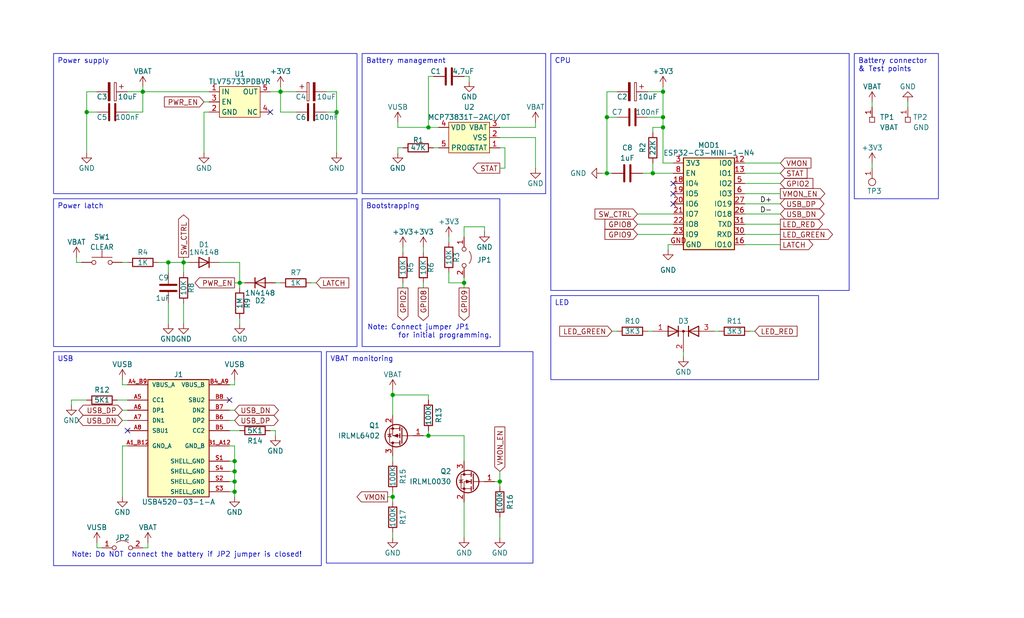
<source format=kicad_sch>
(kicad_sch (version 20250114) (generator "eeschema") (generator_version "9.0")
  (paper "User" 255 154)
  (title_block (title "Mouse Jiggler") (date "2025-10-09") (rev "A"))
  (lib_symbols
    (symbol "Device:C" (pin_numbers (hide yes)) (pin_names (offset 0.254))
      (property "Reference" "C" (at 0.635 2.54 0))
      (property "Value" "C" (at 0.635 -2.54 0))
      (symbol "C_0_1"
        (polyline (pts (xy -2.032 0.762) (xy 2.032 0.762)) (stroke (width 0.508)))
        (polyline (pts (xy -2.032 -0.762) (xy 2.032 -0.762)) (stroke (width 0.508)))
      )
      (symbol "C_1_1"
        (pin passive line (at 0 3.81 270) (length 2.794) (name "~") (number "1"))
        (pin passive line (at 0 -3.81 90) (length 2.794) (name "~") (number "2"))
      )
    )
    (symbol "Device:C_Polarized" (pin_numbers (hide yes)) (pin_names (offset 0.254))
      (property "Reference" "C" (at 0.635 2.54 0))
      (property "Value" "C_Polarized" (at 0.635 -2.54 0))
      (symbol "C_Polarized_0_1"
        (rectangle (start -2.286 0.508) (end 2.286 1.016))
        (polyline (pts (xy -1.778 2.286) (xy -0.762 2.286)))
        (polyline (pts (xy -1.27 2.794) (xy -1.27 1.778)))
        (rectangle (start 2.286 -0.508) (end -2.286 -1.016) (fill (type outline)))
      )
      (symbol "C_Polarized_1_1"
        (pin passive line (at 0 3.81 270) (length 2.794) (name "~") (number "1"))
        (pin passive line (at 0 -3.81 90) (length 2.794) (name "~") (number "2"))
      )
    )
    (symbol "Device:D" (pin_numbers (hide yes)) (pin_names (offset 1.016) (hide yes))
      (property "Reference" "D" (at 0 2.54 0))
      (property "Value" "D" (at 0 -2.54 0))
      (symbol "D_0_1"
        (polyline (pts (xy -1.27 1.27) (xy -1.27 -1.27)) (stroke (width 0.254)))
        (polyline (pts (xy 1.27 1.27) (xy 1.27 -1.27) (xy -1.27 0) (xy 1.27 1.27)) (stroke (width 0.254)))
        (polyline (pts (xy 1.27 0) (xy -1.27 0)))
      )
      (symbol "D_1_1"
        (pin passive line (at -3.81 0 0) (length 2.54) (name "K") (number "1"))
        (pin passive line (at 3.81 0 180) (length 2.54) (name "A") (number "2"))
      )
    )
    (symbol "Device:D_Dual_CommonCathode_AKA" (pin_names (offset 0.762) (hide yes))
      (property "Reference" "D" (at 1.27 -2.54 0))
      (property "Value" "D_Dual_CommonCathode_AKA" (at 0 2.54 0))
      (symbol "D_Dual_CommonCathode_AKA_0_1"
        (polyline (pts (xy -3.81 1.27) (xy -1.27 0) (xy -3.81 -1.27) (xy -3.81 1.27) (xy -3.81 1.27) (xy -3.81 1.27)) (stroke (width 0.254)))
        (polyline (pts (xy -1.27 -1.27) (xy -1.27 1.27) (xy -1.27 1.27)) (stroke (width 0.254)))
        (polyline (pts (xy 0 0) (xy 0 -2.54)))
        (circle (center 0 0) (radius 0.254) (fill (type outline)))
        (polyline (pts (xy 1.27 -1.27) (xy 1.27 1.27) (xy 1.27 1.27)) (stroke (width 0.254)))
        (polyline (pts (xy 3.81 0) (xy -3.81 0)))
        (polyline (pts (xy 3.81 -1.27) (xy 1.27 0) (xy 3.81 1.27) (xy 3.81 -1.27) (xy 3.81 -1.27) (xy 3.81 -1.27)) (stroke (width 0.254)))
        (pin passive line (at -7.62 0 0) (length 3.81) (name "A") (number "1"))
        (pin passive line (at 0 -5.08 90) (length 2.54) (name "K") (number "2"))
        (pin passive line (at 7.62 0 180) (length 3.81) (name "A") (number "3"))
      )
    )
    (symbol "Device:R" (pin_numbers (hide yes)) (pin_names (offset 0))
      (property "Reference" "R" (at 2.032 0 90))
      (property "Value" "R" (at 0 0 90))
      (symbol "R_0_1"
        (rectangle (start -1.016 -2.54) (end 1.016 2.54) (stroke (width 0.254)))
      )
      (symbol "R_1_1"
        (pin passive line (at 0 3.81 270) (length 1.27) (name "~") (number "1"))
        (pin passive line (at 0 -3.81 90) (length 1.27) (name "~") (number "2"))
      )
    )
    (symbol "Jumper:Jumper_2_Open" (pin_names (offset 0) (hide yes))
      (property "Reference" "JP" (at 0 2.794 0))
      (property "Value" "Jumper_2_Open" (at 0 -2.286 0))
      (symbol "Jumper_2_Open_0_0"
        (circle (center -2.032 0) (radius 0.508))
        (circle (center 2.032 0) (radius 0.508))
      )
      (symbol "Jumper_2_Open_0_1"
        (arc (start -1.524 1.27) (mid 0 1.778) (end 1.524 1.27))
      )
      (symbol "Jumper_2_Open_1_1"
        (pin passive line (at -5.08 0 0) (length 2.54) (name "A") (number "1"))
        (pin passive line (at 5.08 0 180) (length 2.54) (name "B") (number "2"))
      )
    )
    (symbol "Switch:SW_Push" (pin_numbers (hide yes)) (pin_names (offset 1.016) (hide yes))
      (property "Reference" "SW" (at 1.27 2.54 0))
      (property "Value" "SW_Push" (at 0 -1.524 0))
      (symbol "SW_Push_0_1"
        (circle (center -2.032 0) (radius 0.508))
        (polyline (pts (xy 0 1.27) (xy 0 3.048)))
        (circle (center 2.032 0) (radius 0.508))
        (polyline (pts (xy 2.54 1.27) (xy -2.54 1.27)))
        (pin passive line (at -5.08 0 0) (length 2.54) (name "1") (number "1"))
        (pin passive line (at 5.08 0 180) (length 2.54) (name "2") (number "2"))
      )
    )
    (symbol "Transistor_FET:IRLML0030" (pin_names (hide yes))
      (property "Reference" "Q" (at 5.08 1.905 0))
      (property "Value" "IRLML0030" (at 5.08 0 0))
      (symbol "IRLML0030_0_1"
        (polyline (pts (xy 0.254 1.905) (xy 0.254 -1.905)) (stroke (width 0.254)))
        (polyline (pts (xy 0.254 0) (xy -2.54 0)))
        (polyline (pts (xy 0.762 2.286) (xy 0.762 1.27)) (stroke (width 0.254)))
        (polyline (pts (xy 0.762 0.508) (xy 0.762 -0.508)) (stroke (width 0.254)))
        (polyline (pts (xy 0.762 -1.27) (xy 0.762 -2.286)) (stroke (width 0.254)))
        (polyline (pts (xy 0.762 -1.778) (xy 3.302 -1.778) (xy 3.302 1.778) (xy 0.762 1.778)))
        (polyline (pts (xy 1.016 0) (xy 2.032 0.381) (xy 2.032 -0.381) (xy 1.016 0)) (fill (type outline)))
        (circle (center 1.651 0) (radius 2.794) (stroke (width 0.254)))
        (polyline (pts (xy 2.54 2.54) (xy 2.54 1.778)))
        (circle (center 2.54 1.778) (radius 0.254) (fill (type outline)))
        (circle (center 2.54 -1.778) (radius 0.254) (fill (type outline)))
        (polyline (pts (xy 2.54 -2.54) (xy 2.54 0) (xy 0.762 0)))
        (polyline (pts (xy 2.794 0.508) (xy 2.921 0.381) (xy 3.683 0.381) (xy 3.81 0.254)))
        (polyline (pts (xy 3.302 0.381) (xy 2.921 -0.254) (xy 3.683 -0.254) (xy 3.302 0.381)))
      )
      (symbol "IRLML0030_1_1"
        (pin input line (at -5.08 0 0) (length 2.54) (name "G") (number "1"))
        (pin passive line (at 2.54 5.08 270) (length 2.54) (name "D") (number "3"))
        (pin passive line (at 2.54 -5.08 90) (length 2.54) (name "S") (number "2"))
      )
    )
    (symbol "Transistor_FET:IRLML6402" (pin_names (hide yes))
      (property "Reference" "Q" (at 5.08 1.905 0))
      (property "Value" "IRLML6402" (at 5.08 0 0))
      (symbol "IRLML6402_0_1"
        (polyline (pts (xy 0.254 1.905) (xy 0.254 -1.905)) (stroke (width 0.254)))
        (polyline (pts (xy 0.254 0) (xy -2.54 0)))
        (polyline (pts (xy 0.762 2.286) (xy 0.762 1.27)) (stroke (width 0.254)))
        (polyline (pts (xy 0.762 1.778) (xy 3.302 1.778) (xy 3.302 -1.778) (xy 0.762 -1.778)))
        (polyline (pts (xy 0.762 0.508) (xy 0.762 -0.508)) (stroke (width 0.254)))
        (polyline (pts (xy 0.762 -1.27) (xy 0.762 -2.286)) (stroke (width 0.254)))
        (circle (center 1.651 0) (radius 2.794) (stroke (width 0.254)))
        (polyline (pts (xy 2.286 0) (xy 1.27 0.381) (xy 1.27 -0.381) (xy 2.286 0)) (fill (type outline)))
        (polyline (pts (xy 2.54 2.54) (xy 2.54 1.778)))
        (circle (center 2.54 1.778) (radius 0.254) (fill (type outline)))
        (circle (center 2.54 -1.778) (radius 0.254) (fill (type outline)))
        (polyline (pts (xy 2.54 -2.54) (xy 2.54 0) (xy 0.762 0)))
        (polyline (pts (xy 2.794 -0.508) (xy 2.921 -0.381) (xy 3.683 -0.381) (xy 3.81 -0.254)))
        (polyline (pts (xy 3.302 -0.381) (xy 2.921 0.254) (xy 3.683 0.254) (xy 3.302 -0.381)))
      )
      (symbol "IRLML6402_1_1"
        (pin input line (at -5.08 0 0) (length 2.54) (name "G") (number "1"))
        (pin passive line (at 2.54 5.08 270) (length 2.54) (name "D") (number "3"))
        (pin passive line (at 2.54 -5.08 90) (length 2.54) (name "S") (number "2"))
      )
    )
    (symbol "power:+3V3" (power) (pin_names (offset 0))
      (property "Value" "+3V3" (at 0 3.556 0))
      (symbol "+3V3_0_1"
        (polyline (pts (xy -0.762 1.27) (xy 0 2.54)))
        (polyline (pts (xy 0 2.54) (xy 0.762 1.27)))
        (polyline (pts (xy 0 0) (xy 0 2.54)))
      )
      (symbol "+3V3_1_1"
        (pin power_in line (at 0 0 90) (length 0) (hide yes) (name "+3V3") (number "1"))
      )
    )
    (symbol "power:GND" (power) (pin_names (offset 0))
      (property "Value" "GND" (at 0 -3.81 0))
      (symbol "GND_0_1"
        (polyline (pts (xy 0 0) (xy 0 -1.27) (xy 1.27 -1.27) (xy 0 -2.54) (xy -1.27 -1.27) (xy 0 -1.27)))
      )
      (symbol "GND_1_1"
        (pin power_in line (at 0 0 270) (length 0) (hide yes) (name "GND") (number "1"))
      )
    )
    (symbol "ssb-active-battery-management:MCP73831T-2ACI/OT"
      (property "Reference" "U" (at 0 1.905 0))
      (property "Value" "MCP73831T-2ACI/OT" (at 0 0 0))
      (symbol "MCP73831T-2ACI/OT_1_1"
        (rectangle (start -5.08 -1.27) (end 5.08 -8.89) (fill (type background)))
        (pin tri_state line (at -7.62 -2.54 0) (length 2.54) (name "STAT") (number "1"))
        (pin power_in line (at -7.62 -5.08 0) (length 2.54) (name "VSS") (number "2"))
        (pin input line (at -7.62 -7.62 0) (length 2.54) (name "VBAT") (number "3"))
        (pin input line (at 7.62 -2.54 180) (length 2.54) (name "PROG") (number "5"))
        (pin power_in line (at 7.62 -7.62 180) (length 2.54) (name "VDD") (number "4"))
      )
    )
    (symbol "ssb-active-regulator-linear:TLV75733PDBVR"
      (property "Reference" "U" (at 0 6.985 0))
      (property "Value" "TLV75733PDBVR" (at 0 5.08 0))
      (symbol "TLV75733PDBVR_1_1"
        (rectangle (start -5.08 3.81) (end 5.08 -3.81) (fill (type background)))
        (pin power_in line (at -7.62 2.54 0) (length 2.54) (name "IN") (number "1"))
        (pin input line (at -7.62 0 0) (length 2.54) (name "EN") (number "3"))
        (pin power_in line (at -7.62 -2.54 0) (length 2.54) (name "GND") (number "2"))
        (pin power_out line (at 7.62 2.54 180) (length 2.54) (name "OUT") (number "5"))
        (pin free line (at 7.62 -2.54 180) (length 2.54) (name "NC") (number "4"))
      )
    )
    (symbol "ssb-mechanical-connector:USB4520-03-1-A" (pin_names (offset 1.016))
      (property "Reference" "J" (at -7.62 13.97 0))
      (property "Value" "USB4520-03-1-A" (at -7.62 -15.24 0))
      (symbol "USB4520-03-1-A_0_0"
        (rectangle (start -7.62 13.97) (end 7.62 -15.24) (stroke (width 0.254)) (fill (type background)))
        (pin power_in line (at -12.7 12.7 0) (length 5.08) (name "VBUS_A") (number "A4_B9"))
        (pin bidirectional line (at -12.7 8.89 0) (length 5.08) (name "CC1") (number "A5"))
        (pin bidirectional line (at -12.7 6.35 0) (length 5.08) (name "DP1") (number "A6"))
        (pin bidirectional line (at -12.7 3.81 0) (length 5.08) (name "DN1") (number "A7"))
        (pin bidirectional line (at -12.7 1.27 0) (length 5.08) (name "SBU1") (number "A8"))
        (pin power_in line (at -12.7 -2.54 0) (length 5.08) (name "GND_A") (number "A1_B12"))
        (pin power_in line (at 12.7 12.7 180) (length 5.08) (name "VBUS_B") (number "B4_A9"))
        (pin bidirectional line (at 12.7 8.89 180) (length 5.08) (name "SBU2") (number "B8"))
        (pin bidirectional line (at 12.7 6.35 180) (length 5.08) (name "DN2") (number "B7"))
        (pin bidirectional line (at 12.7 3.81 180) (length 5.08) (name "DP2") (number "B6"))
        (pin bidirectional line (at 12.7 1.27 180) (length 5.08) (name "CC2") (number "B5"))
        (pin power_in line (at 12.7 -2.54 180) (length 5.08) (name "GND_B") (number "B1_A12"))
        (pin power_in line (at 12.7 -6.35 180) (length 5.08) (name "SHELL_GND") (number "S1"))
        (pin power_in line (at 12.7 -8.89 180) (length 5.08) (name "SHELL_GND") (number "S4"))
        (pin power_in line (at 12.7 -11.43 180) (length 5.08) (name "SHELL_GND") (number "S2"))
        (pin power_in line (at 12.7 -13.97 180) (length 5.08) (name "SHELL_GND") (number "S3"))
      )
    )
    (symbol "ssb-mechanical-tp:TP-ROUND-SMD-2MM"
      (property "Reference" "TP" (at 0 0 0))
      (symbol "TP-ROUND-SMD-2MM_0_1"
        (circle (center 0 -3.5306) (radius 0.898))
      )
      (symbol "TP-ROUND-SMD-2MM_1_1"
        (pin passive line (at 0 -6.985 90) (length 2.54) (name "") (number "1"))
      )
    )
    (symbol "ssb-mechanical-tp:TP-SQUARE-TH-1.5MM"
      (property "Reference" "TP" (at 0 0 0))
      (property "Value" "TP-SQUARE-TH-1.5MM" (at 0 -1.27 0))
      (symbol "TP-SQUARE-TH-1.5MM_0_1"
        (rectangle (start -0.635 -2.54) (end 0.635 -3.81))
      )
      (symbol "TP-SQUARE-TH-1.5MM_1_1"
        (pin passive line (at 0 -6.35 90) (length 2.54) (name "") (number "1"))
      )
    )
    (symbol "ssb-module-wireless:ESP32-C3-MINI-1-N4"
      (property "Reference" "MOD" (at 0 0 0))
      (property "Value" "ESP32-C3-MINI-1-N4" (at 0 -1.27 0))
      (symbol "ESP32-C3-MINI-1-N4_1_1"
        (rectangle (start -6.35 -2.54) (end 6.35 -25.4) (stroke (width 0.254)) (fill (type background)))
        (pin power_in line (at -8.89 -3.81 0) (length 2.54) (name "3V3") (number "3"))
        (pin input line (at -8.89 -6.35 0) (length 2.54) (name "EN") (number "8"))
        (pin bidirectional line (at -8.89 -8.89 0) (length 2.54) (name "IO4") (number "18"))
        (pin bidirectional line (at -8.89 -11.43 0) (length 2.54) (name "IO5") (number "19"))
        (pin bidirectional line (at -8.89 -13.97 0) (length 2.54) (name "IO6") (number "20"))
        (pin bidirectional line (at -8.89 -16.51 0) (length 2.54) (name "IO7") (number "21"))
        (pin bidirectional line (at -8.89 -19.05 0) (length 2.54) (name "IO8") (number "22"))
        (pin bidirectional line (at -8.89 -21.59 0) (length 2.54) (name "IO9") (number "23"))
        (pin power_in line (at -8.89 -24.13 0) (length 2.54) (name "GND") (number "GND"))
        (pin bidirectional line (at 8.89 -3.81 180) (length 2.54) (name "IO0") (number "12"))
        (pin bidirectional line (at 8.89 -6.35 180) (length 2.54) (name "IO1") (number "13"))
        (pin bidirectional line (at 8.89 -8.89 180) (length 2.54) (name "IO2") (number "5"))
        (pin bidirectional line (at 8.89 -11.43 180) (length 2.54) (name "IO3") (number "6"))
        (pin bidirectional line (at 8.89 -13.97 180) (length 2.54) (name "IO19") (number "27"))
        (pin bidirectional line (at 8.89 -16.51 180) (length 2.54) (name "IO18") (number "26"))
        (pin bidirectional line (at 8.89 -19.05 180) (length 2.54) (name "TXD") (number "31"))
        (pin bidirectional line (at 8.89 -21.59 180) (length 2.54) (name "RXD") (number "30"))
        (pin bidirectional line (at 8.89 -24.13 180) (length 2.54) (name "IO10") (number "16"))
      )
    )
    (symbol "ssb-power:VBAT"
      (property "Value" "VBAT" (at 0 4.445 0))
      (symbol "VBAT_0_1"
        (polyline (pts (xy -0.762 2.54) (xy 0 3.81)))
        (polyline (pts (xy 0 3.81) (xy 0.762 2.54)))
        (polyline (pts (xy 0 1.27) (xy 0 3.81)))
      )
      (symbol "VBAT_1_1"
        (pin power_in line (at 0 1.27 90) (length 0) (hide yes) (name "VBAT") (number "1"))
      )
    )
    (symbol "ssb-power:VUSB"
      (property "Value" "VUSB" (at 0 4.445 0))
      (symbol "VUSB_0_1"
        (polyline (pts (xy -0.762 2.54) (xy 0 3.81)))
        (polyline (pts (xy 0 3.81) (xy 0.762 2.54)))
        (polyline (pts (xy 0 1.27) (xy 0 3.81)))
      )
      (symbol "VUSB_1_1"
        (pin power_in line (at 0 1.27 90) (length 0) (hide yes) (name "VUSB") (number "1"))
      )
    )
  )
  (text "Note: Do NOT connect the battery if JP2 jumper is closed!" (at 17.78 139.065 0) (effects (font (size 1.27 1.27)) (justify left bottom)))
  (text "Note: Connect jumper JP1\n	   for initial programming." (at 91.44 84.455 0) (effects (font (size 1.27 1.27)) (justify left bottom)))
  (text_box "Battery connector\n& Test points\n" (at 212.725 13.335 0) (size 20.955 36.195) (margins 0.9525 0.9525 0.9525 0.9525) (effects (font (size 1.27 1.27)) (justify left top)))
  (text_box "Battery management" (at 90.17 13.335 0) (size 45.72 34.925) (margins 0.9525 0.9525 0.9525 0.9525) (effects (font (size 1.27 1.27)) (justify left top)))
  (text_box "CPU" (at 137.16 13.335 0) (size 74.295 59.055) (margins 0.9525 0.9525 0.9525 0.9525) (effects (font (size 1.27 1.27)) (justify left top)))
  (text_box "Power latch" (at 13.335 49.53 0) (size 75.565 36.83) (margins 0.9525 0.9525 0.9525 0.9525) (effects (font (size 1.27 1.27)) (justify left top)))
  (text_box "VBAT monitoring" (at 81.28 87.63 0) (size 51.435 52.705) (margins 0.9525 0.9525 0.9525 0.9525) (effects (font (size 1.27 1.27)) (justify left top)))
  (text_box "Bootstrapping" (at 90.17 49.53 0) (size 34.29 36.83) (margins 0.9525 0.9525 0.9525 0.9525) (effects (font (size 1.27 1.27)) (justify left top)))
  (text_box "Power supply\n" (at 13.335 13.335 0) (size 75.565 34.925) (margins 0.9525 0.9525 0.9525 0.9525) (effects (font (size 1.27 1.27)) (justify left top)))
  (text_box "USB" (at 13.335 87.63 0) (size 66.675 53.34) (margins 0.9525 0.9525 0.9525 0.9525) (effects (font (size 1.27 1.27)) (justify left top)))
  (text_box "LED" (at 137.16 73.66 0) (size 66.675 20.955) (margins 0.9525 0.9525 0.9525 0.9525) (effects (font (size 1.27 1.27)) (justify left top)))
  (junction (at 106.68 108.585))
  (junction (at 58.42 117.475))
  (junction (at 165.1 22.86))
  (junction (at 165.1 31.75))
  (junction (at 151.13 29.21))
  (junction (at 59.69 70.485))
  (junction (at 58.42 120.015))
  (junction (at 58.42 114.935))
  (junction (at 97.79 123.825))
  (junction (at 115.57 70.485))
  (junction (at 69.85 22.86))
  (junction (at 106.68 31.75))
  (junction (at 45.72 65.405))
  (junction (at 41.91 65.405))
  (junction (at 21.59 27.94))
  (junction (at 124.46 120.015))
  (junction (at 97.79 98.425))
  (junction (at 151.13 43.18))
  (junction (at 35.56 22.86))
  (junction (at 58.42 122.555))
  (junction (at 162.56 43.18))
  (junction (at 165.1 29.21))
  (junction (at 83.82 27.94))
  (no_connect (at 167.64 48.26))
  (no_connect (at 167.64 45.72))
  (no_connect (at 167.64 50.8))
  (no_connect (at 31.75 107.315))
  (no_connect (at 57.15 99.695))
  (no_connect (at 67.31 27.94))
  (wire (pts (xy 124.46 120.015) (xy 124.46 121.285)))
  (wire (pts (xy 158.75 53.34) (xy 167.64 53.34)))
  (wire (pts (xy 21.59 27.94) (xy 21.59 38.1)))
  (wire (pts (xy 57.15 122.555) (xy 58.42 122.555)))
  (wire (pts (xy 160.02 43.18) (xy 162.56 43.18)))
  (wire (pts (xy 17.78 99.695) (xy 17.78 100.965)))
  (wire (pts (xy 124.46 34.29) (xy 133.35 34.29)))
  (wire (pts (xy 124.46 41.91) (xy 125.73 41.91)))
  (wire (pts (xy 105.41 61.595) (xy 105.41 62.865)))
  (wire (pts (xy 77.47 70.485) (xy 78.74 70.485)))
  (wire (pts (xy 30.48 111.125) (xy 30.48 123.825)))
  (wire (pts (xy 170.18 87.63) (xy 170.18 88.9)))
  (wire (pts (xy 69.85 27.94) (xy 73.66 27.94)))
  (wire (pts (xy 185.42 60.96) (xy 194.31 60.96)))
  (wire (pts (xy 151.13 29.21) (xy 153.67 29.21)))
  (wire (pts (xy 115.57 70.485) (xy 115.57 71.755)))
  (wire (pts (xy 29.21 99.695) (xy 31.75 99.695)))
  (wire (pts (xy 124.46 31.75) (xy 133.35 31.75)))
  (wire (pts (xy 185.42 40.64) (xy 194.31 40.64)))
  (wire (pts (xy 17.78 99.695) (xy 21.59 99.695)))
  (wire (pts (xy 158.75 55.88) (xy 167.64 55.88)))
  (wire (pts (xy 67.31 22.86) (xy 69.85 22.86)))
  (wire (pts (xy 57.15 95.885) (xy 58.42 95.885)))
  (wire (pts (xy 59.69 70.485) (xy 60.96 70.485)))
  (wire (pts (xy 226.06 25.4) (xy 226.06 26.67)))
  (wire (pts (xy 97.79 123.825) (xy 97.79 125.095)))
  (wire (pts (xy 151.13 22.86) (xy 151.13 29.21)))
  (wire (pts (xy 97.79 98.425) (xy 106.68 98.425)))
  (wire (pts (xy 97.79 98.425) (xy 97.79 103.505)))
  (wire (pts (xy 133.35 30.48) (xy 133.35 31.75)))
  (wire (pts (xy 21.59 27.94) (xy 24.13 27.94)))
  (wire (pts (xy 99.06 30.48) (xy 99.06 31.75)))
  (wire (pts (xy 151.13 43.18) (xy 152.4 43.18)))
  (wire (pts (xy 152.4 82.55) (xy 153.67 82.55)))
  (wire (pts (xy 54.61 65.405) (xy 59.69 65.405)))
  (wire (pts (xy 97.79 132.715) (xy 97.79 133.985)))
  (wire (pts (xy 161.29 82.55) (xy 162.56 82.55)))
  (wire (pts (xy 68.58 70.485) (xy 69.85 70.485)))
  (wire (pts (xy 106.68 31.75) (xy 109.22 31.75)))
  (wire (pts (xy 151.13 22.86) (xy 153.67 22.86)))
  (wire (pts (xy 162.56 31.75) (xy 162.56 33.02)))
  (wire (pts (xy 58.42 114.935) (xy 58.42 117.475)))
  (wire (pts (xy 30.48 95.885) (xy 31.75 95.885)))
  (wire (pts (xy 158.75 58.42) (xy 167.64 58.42)))
  (wire (pts (xy 125.73 36.83) (xy 125.73 41.91)))
  (wire (pts (xy 115.57 19.05) (xy 116.84 19.05)))
  (wire (pts (xy 165.1 21.59) (xy 165.1 22.86)))
  (wire (pts (xy 21.59 22.86) (xy 24.13 22.86)))
  (wire (pts (xy 115.57 108.585) (xy 115.57 114.935)))
  (wire (pts (xy 185.42 45.72) (xy 194.31 45.72)))
  (wire (pts (xy 123.19 120.015) (xy 124.46 120.015)))
  (wire (pts (xy 162.56 31.75) (xy 165.1 31.75)))
  (wire (pts (xy 166.37 60.96) (xy 166.37 62.23)))
  (wire (pts (xy 165.1 31.75) (xy 165.1 40.64)))
  (wire (pts (xy 36.83 135.255) (xy 36.83 136.525)))
  (wire (pts (xy 186.69 82.55) (xy 187.96 82.55)))
  (wire (pts (xy 106.68 98.425) (xy 106.68 99.695)))
  (wire (pts (xy 45.72 65.405) (xy 46.99 65.405)))
  (wire (pts (xy 35.56 22.86) (xy 35.56 27.94)))
  (wire (pts (xy 81.28 27.94) (xy 83.82 27.94)))
  (wire (pts (xy 30.48 65.405) (xy 31.75 65.405)))
  (wire (pts (xy 124.46 128.905) (xy 124.46 133.985)))
  (wire (pts (xy 50.8 25.4) (xy 52.07 25.4)))
  (wire (pts (xy 124.46 117.475) (xy 124.46 120.015)))
  (wire (pts (xy 161.29 29.21) (xy 165.1 29.21)))
  (wire (pts (xy 57.15 102.235) (xy 58.42 102.235)))
  (wire (pts (xy 217.17 40.64) (xy 217.17 41.91)))
  (wire (pts (xy 120.65 56.515) (xy 120.65 57.785)))
  (wire (pts (xy 116.84 19.05) (xy 116.84 20.32)))
  (wire (pts (xy 31.75 27.94) (xy 35.56 27.94)))
  (wire (pts (xy 39.37 65.405) (xy 41.91 65.405)))
  (wire (pts (xy 111.76 59.055) (xy 111.76 60.325)))
  (wire (pts (xy 115.57 125.095) (xy 115.57 133.985)))
  (wire (pts (xy 35.56 22.86) (xy 52.07 22.86)))
  (wire (pts (xy 83.82 27.94) (xy 83.82 38.1)))
  (wire (pts (xy 31.75 22.86) (xy 35.56 22.86)))
  (wire (pts (xy 45.72 64.135) (xy 45.72 65.405)))
  (wire (pts (xy 57.15 117.475) (xy 58.42 117.475)))
  (wire (pts (xy 58.42 122.555) (xy 58.42 123.825)))
  (wire (pts (xy 97.79 97.155) (xy 97.79 98.425)))
  (wire (pts (xy 30.48 111.125) (xy 31.75 111.125)))
  (wire (pts (xy 107.95 36.83) (xy 109.22 36.83)))
  (wire (pts (xy 100.33 61.595) (xy 100.33 62.865)))
  (wire (pts (xy 105.41 70.485) (xy 105.41 71.755)))
  (wire (pts (xy 50.8 27.94) (xy 50.8 38.1)))
  (wire (pts (xy 58.42 117.475) (xy 58.42 120.015)))
  (wire (pts (xy 57.15 107.315) (xy 59.69 107.315)))
  (wire (pts (xy 99.06 31.75) (xy 106.68 31.75)))
  (wire (pts (xy 165.1 40.64) (xy 167.64 40.64)))
  (wire (pts (xy 69.85 21.59) (xy 69.85 22.86)))
  (wire (pts (xy 68.58 107.315) (xy 68.58 108.585)))
  (wire (pts (xy 217.17 25.4) (xy 217.17 26.67)))
  (wire (pts (xy 30.48 102.235) (xy 31.75 102.235)))
  (wire (pts (xy 165.1 29.21) (xy 165.1 31.75)))
  (wire (pts (xy 57.15 120.015) (xy 58.42 120.015)))
  (wire (pts (xy 58.42 120.015) (xy 58.42 122.555)))
  (wire (pts (xy 185.42 50.8) (xy 194.31 50.8)))
  (wire (pts (xy 162.56 43.18) (xy 167.64 43.18)))
  (wire (pts (xy 161.29 22.86) (xy 165.1 22.86)))
  (wire (pts (xy 59.69 79.375) (xy 59.69 80.645)))
  (wire (pts (xy 30.48 94.615) (xy 30.48 95.885)))
  (wire (pts (xy 59.69 70.485) (xy 59.69 71.755)))
  (wire (pts (xy 58.42 70.485) (xy 59.69 70.485)))
  (wire (pts (xy 21.59 22.86) (xy 21.59 27.94)))
  (wire (pts (xy 57.15 111.125) (xy 58.42 111.125)))
  (wire (pts (xy 24.13 135.255) (xy 24.13 136.525)))
  (wire (pts (xy 41.91 65.405) (xy 45.72 65.405)))
  (wire (pts (xy 19.05 65.405) (xy 20.32 65.405)))
  (wire (pts (xy 151.13 29.21) (xy 151.13 43.18)))
  (wire (pts (xy 133.35 34.29) (xy 133.35 41.91)))
  (wire (pts (xy 99.06 36.83) (xy 99.06 38.1)))
  (wire (pts (xy 165.1 22.86) (xy 165.1 29.21)))
  (wire (pts (xy 106.68 19.05) (xy 107.95 19.05)))
  (wire (pts (xy 185.42 43.18) (xy 194.31 43.18)))
  (wire (pts (xy 45.72 65.405) (xy 45.72 67.945)))
  (wire (pts (xy 100.33 70.485) (xy 100.33 71.755)))
  (wire (pts (xy 24.13 136.525) (xy 25.4 136.525)))
  (wire (pts (xy 45.72 75.565) (xy 45.72 80.645)))
  (wire (pts (xy 185.42 53.34) (xy 194.31 53.34)))
  (wire (pts (xy 96.52 123.825) (xy 97.79 123.825)))
  (wire (pts (xy 106.68 108.585) (xy 115.57 108.585)))
  (wire (pts (xy 111.76 70.485) (xy 115.57 70.485)))
  (wire (pts (xy 19.05 64.135) (xy 19.05 65.405)))
  (wire (pts (xy 106.68 19.05) (xy 106.68 31.75)))
  (wire (pts (xy 57.15 104.775) (xy 58.42 104.775)))
  (wire (pts (xy 185.42 48.26) (xy 194.31 48.26)))
  (wire (pts (xy 115.57 69.215) (xy 115.57 70.485)))
  (wire (pts (xy 57.15 114.935) (xy 58.42 114.935)))
  (wire (pts (xy 124.46 36.83) (xy 125.73 36.83)))
  (wire (pts (xy 67.31 107.315) (xy 68.58 107.315)))
  (wire (pts (xy 111.76 67.945) (xy 111.76 70.485)))
  (wire (pts (xy 83.82 22.86) (xy 83.82 27.94)))
  (wire (pts (xy 185.42 55.88) (xy 194.31 55.88)))
  (wire (pts (xy 59.69 65.405) (xy 59.69 70.485)))
  (wire (pts (xy 97.79 113.665) (xy 97.79 114.935)))
  (wire (pts (xy 50.8 27.94) (xy 52.07 27.94)))
  (wire (pts (xy 58.42 111.125) (xy 58.42 114.935)))
  (wire (pts (xy 177.8 82.55) (xy 179.07 82.55)))
  (wire (pts (xy 58.42 94.615) (xy 58.42 95.885)))
  (wire (pts (xy 41.91 75.565) (xy 41.91 80.645)))
  (wire (pts (xy 35.56 136.525) (xy 36.83 136.525)))
  (wire (pts (xy 99.06 36.83) (xy 100.33 36.83)))
  (wire (pts (xy 41.91 65.405) (xy 41.91 67.945)))
  (wire (pts (xy 185.42 58.42) (xy 194.31 58.42)))
  (wire (pts (xy 81.28 22.86) (xy 83.82 22.86)))
  (wire (pts (xy 105.41 108.585) (xy 106.68 108.585)))
  (wire (pts (xy 30.48 104.775) (xy 31.75 104.775)))
  (wire (pts (xy 35.56 21.59) (xy 35.56 22.86)))
  (wire (pts (xy 69.85 22.86) (xy 69.85 27.94)))
  (wire (pts (xy 106.68 107.315) (xy 106.68 108.585)))
  (wire (pts (xy 162.56 40.64) (xy 162.56 43.18)))
  (wire (pts (xy 166.37 60.96) (xy 167.64 60.96)))
  (wire (pts (xy 149.86 43.18) (xy 151.13 43.18)))
  (wire (pts (xy 115.57 56.515) (xy 120.65 56.515)))
  (wire (pts (xy 97.79 122.555) (xy 97.79 123.825)))
  (wire (pts (xy 115.57 56.515) (xy 115.57 59.055)))
  (wire (pts (xy 69.85 22.86) (xy 73.66 22.86)))
  (label "D+" (at 189.23 50.8 0))
  (label "D-" (at 189.23 53.34 0))
  (global_label "USB_DP" (shape bidirectional) (at 194.31 50.8 0) (property "Intersheetrefs" "${INTERSHEET_REFS}" (effects (hide yes))))
  (global_label "VMON" (shape output) (at 96.52 123.825 180) (property "Intersheetrefs" "${INTERSHEET_REFS}" (effects (hide yes))))
  (global_label "SW_CTRL" (shape input) (at 158.75 53.34 180) (property "Intersheetrefs" "${INTERSHEET_REFS}" (effects (hide yes))))
  (global_label "LED_RED" (shape input) (at 187.96 82.55 0) (property "Intersheetrefs" "${INTERSHEET_REFS}" (effects (hide yes))))
  (global_label "GPIO2" (shape output) (at 100.33 71.755 270) (property "Intersheetrefs" "${INTERSHEET_REFS}" (effects (hide yes))))
  (global_label "GPIO2" (shape input) (at 194.31 45.72 0) (property "Intersheetrefs" "${INTERSHEET_REFS}" (effects (hide yes))))
  (global_label "STAT" (shape input) (at 194.31 43.18 0) (property "Intersheetrefs" "${INTERSHEET_REFS}" (effects (hide yes))))
  (global_label "USB_DN" (shape bidirectional) (at 194.31 53.34 0) (property "Intersheetrefs" "${INTERSHEET_REFS}" (effects (hide yes))))
  (global_label "USB_DP" (shape bidirectional) (at 58.42 104.775 0) (property "Intersheetrefs" "${INTERSHEET_REFS}" (effects (hide yes))))
  (global_label "USB_DN" (shape bidirectional) (at 30.48 104.775 180) (property "Intersheetrefs" "${INTERSHEET_REFS}" (effects (hide yes))))
  (global_label "SW_CTRL" (shape output) (at 45.72 64.135 90) (property "Intersheetrefs" "${INTERSHEET_REFS}" (effects (hide yes))))
  (global_label "LED_GREEN" (shape output) (at 194.31 58.42 0) (property "Intersheetrefs" "${INTERSHEET_REFS}" (effects (hide yes))))
  (global_label "USB_DN" (shape bidirectional) (at 58.42 102.235 0) (property "Intersheetrefs" "${INTERSHEET_REFS}" (effects (hide yes))))
  (global_label "LED_RED" (shape output) (at 194.31 55.88 0) (property "Intersheetrefs" "${INTERSHEET_REFS}" (effects (hide yes))))
  (global_label "VMON_EN" (shape input) (at 124.46 117.475 90) (property "Intersheetrefs" "${INTERSHEET_REFS}" (effects (hide yes))))
  (global_label "STAT" (shape output) (at 124.46 41.91 180) (property "Intersheetrefs" "${INTERSHEET_REFS}" (effects (hide yes))))
  (global_label "VMON" (shape input) (at 194.31 40.64 0) (property "Intersheetrefs" "${INTERSHEET_REFS}" (effects (hide yes))))
  (global_label "LATCH" (shape input) (at 78.74 70.485 0) (property "Intersheetrefs" "${INTERSHEET_REFS}" (effects (hide yes))))
  (global_label "PWR_EN" (shape output) (at 58.42 70.485 180) (property "Intersheetrefs" "${INTERSHEET_REFS}" (effects (hide yes))))
  (global_label "GPIO8" (shape output) (at 105.41 71.755 270) (property "Intersheetrefs" "${INTERSHEET_REFS}" (effects (hide yes))))
  (global_label "PWR_EN" (shape input) (at 50.8 25.4 180) (property "Intersheetrefs" "${INTERSHEET_REFS}" (effects (hide yes))))
  (global_label "LED_GREEN" (shape input) (at 152.4 82.55 180) (property "Intersheetrefs" "${INTERSHEET_REFS}" (effects (hide yes))))
  (global_label "GPIO8" (shape input) (at 158.75 55.88 180) (property "Intersheetrefs" "${INTERSHEET_REFS}" (effects (hide yes))))
  (global_label "LATCH" (shape output) (at 194.31 60.96 0) (property "Intersheetrefs" "${INTERSHEET_REFS}" (effects (hide yes))))
  (global_label "GPIO9" (shape input) (at 158.75 58.42 180) (property "Intersheetrefs" "${INTERSHEET_REFS}" (effects (hide yes))))
  (global_label "USB_DP" (shape bidirectional) (at 30.48 102.235 180) (property "Intersheetrefs" "${INTERSHEET_REFS}" (effects (hide yes))))
  (global_label "VMON_EN" (shape output) (at 194.31 48.26 0) (property "Intersheetrefs" "${INTERSHEET_REFS}" (effects (hide yes))))
  (global_label "GPIO9" (shape output) (at 115.57 71.755 270) (property "Intersheetrefs" "${INTERSHEET_REFS}" (effects (hide yes))))
  (symbol (lib_id "power:GND") (at 99.06 38.1 0) (unit 1)
    (property "Reference" "#PWR09" (effects (hide yes)))
    (property "Value" "GND" (at 99.06 41.91 0))
  )
  (symbol (lib_id "Device:C") (at 27.94 27.94 90) (unit 1)
    (property "Reference" "C5" (at 25.4 29.21 90))
    (property "Value" "100nF" (at 31.75 29.21 90))
    (property "Footprint" "Capacitor_SMD:C_0603_1608Metric_Pad1.08x0.95mm_HandSolder" (effects (hide yes)))
  )
  (symbol (lib_id "ssb-power:VBAT") (at 19.05 65.405 0) (unit 1)
    (property "Reference" "#PWR23" (effects (hide yes)))
    (property "Value" "VBAT" (at 19.05 60.325 0))
  )
  (symbol (lib_id "power:GND") (at 116.84 20.32 0) (unit 1)
    (property "Reference" "#PWR01" (effects (hide yes)))
    (property "Value" "GND" (at 116.84 24.13 0))
  )
  (symbol (lib_id "Device:D") (at 50.8 65.405 180) (unit 1)
    (property "Reference" "D1" (at 50.8 60.96 0))
    (property "Value" "1N4148" (at 50.8 62.865 0))
    (property "Footprint" "Diode_SMD:D_SOD-323_HandSoldering" (effects (hide yes)))
    (property "Sim.Device" "D" (effects (hide yes)))
    (property "Sim.Pins" "1=K 2=A" (effects (hide yes)))
  )
  (symbol (lib_id "Device:C") (at 77.47 27.94 270) (mirror x) (unit 1)
    (property "Reference" "C6" (at 74.93 29.21 90))
    (property "Value" "100nF" (at 81.28 29.21 90))
    (property "Footprint" "Capacitor_SMD:C_0603_1608Metric_Pad1.08x0.95mm_HandSolder" (effects (hide yes)))
  )
  (symbol (lib_id "ssb-power:VUSB") (at 24.13 136.525 0) (unit 1)
    (property "Reference" "#PWR38" (effects (hide yes)))
    (property "Value" "VUSB" (at 24.13 131.445 0))
  )
  (symbol (lib_id "Device:C") (at 157.48 29.21 270) (unit 1)
    (property "Reference" "C7" (at 153.67 27.94 90))
    (property "Value" "100nF" (at 161.29 27.94 90))
    (property "Footprint" "Capacitor_SMD:C_0603_1608Metric_Pad1.08x0.95mm_HandSolder" (effects (hide yes)))
  )
  (symbol (lib_id "Device:R") (at 105.41 66.675 0) (unit 1)
    (property "Reference" "R6" (at 107.315 66.675 90))
    (property "Value" "10K" (at 105.41 66.675 90))
    (property "Footprint" "Resistor_SMD:R_0603_1608Metric_Pad0.98x0.95mm_HandSolder" (effects (hide yes)))
  )
  (symbol (lib_id "Device:C_Polarized") (at 27.94 22.86 270) (unit 1)
    (property "Reference" "C3" (at 25.4 24.13 90))
    (property "Value" "10uF" (at 31.75 24.13 90))
    (property "Footprint" "Capacitor_SMD:C_0603_1608Metric_Pad1.08x0.95mm_HandSolder" (effects (hide yes)))
  )
  (symbol (lib_id "ssb-module-wireless:ESP32-C3-MINI-1-N4") (at 176.53 36.83 0) (unit 1)
    (property "Reference" "MOD1" (at 176.53 36.195 0))
    (property "Value" "ESP32-C3-MINI-1-N4" (at 176.53 38.1 0))
    (property "Footprint" "ssb-module-wireless:SMD ESP32-C3-MINI-1-N4" (effects (hide yes)))
  )
  (symbol (lib_id "ssb-active-regulator-linear:TLV75733PDBVR") (at 59.69 25.4 0) (unit 1)
    (property "Reference" "U1" (at 59.69 18.415 0))
    (property "Value" "TLV75733PDBVR" (at 59.69 20.32 0))
    (property "Footprint" "Package_TO_SOT_SMD:SOT-23-5_HandSoldering" (effects (hide yes)))
  )
  (symbol (lib_id "Device:C_Polarized") (at 77.47 22.86 90) (mirror x) (unit 1)
    (property "Reference" "C4" (at 74.93 24.13 90))
    (property "Value" "10uF" (at 81.28 24.13 90))
    (property "Footprint" "Capacitor_SMD:C_0603_1608Metric_Pad1.08x0.95mm_HandSolder" (effects (hide yes)))
  )
  (symbol (lib_id "power:GND") (at 21.59 38.1 0) (unit 1)
    (property "Reference" "#PWR010" (effects (hide yes)))
    (property "Value" "GND" (at 21.59 41.91 0))
  )
  (symbol (lib_id "power:GND") (at 58.42 123.825 0) (mirror y) (unit 1)
    (property "Reference" "#PWR034" (effects (hide yes)))
    (property "Value" "GND" (at 58.42 127.635 0))
  )
  (symbol (lib_id "Device:C") (at 111.76 19.05 90) (unit 1)
    (property "Reference" "C1" (at 109.855 17.78 90) (effects (justify left)))
    (property "Value" "4,7uF" (at 118.11 17.78 90) (effects (justify left)))
    (property "Footprint" "Capacitor_SMD:C_0603_1608Metric_Pad1.08x0.95mm_HandSolder" (effects (hide yes)))
  )
  (symbol (lib_id "Device:R") (at 97.79 118.745 0) (mirror x) (unit 1)
    (property "Reference" "R15" (at 100.33 118.745 90))
    (property "Value" "100K" (at 97.79 118.745 90))
    (property "Footprint" "Resistor_SMD:R_0603_1608Metric_Pad0.98x0.95mm_HandSolder" (effects (hide yes)))
  )
  (symbol (lib_id "Switch:SW_Push") (at 25.4 65.405 0) (mirror y) (unit 1)
    (property "Reference" "SW1" (at 25.4 59.055 0))
    (property "Value" "CLEAR" (at 25.4 61.595 0))
    (property "Footprint" "ssb-mechanical-switch:SMD GENERIC 2-PIN 3.6x6x2.5" (effects (hide yes)))
  )
  (symbol (lib_id "power:GND") (at 30.48 123.825 0) (mirror y) (unit 1)
    (property "Reference" "#PWR033" (effects (hide yes)))
    (property "Value" "GND" (at 30.48 127.635 0))
  )
  (symbol (lib_id "Device:R") (at 162.56 36.83 180) (unit 1)
    (property "Reference" "R2" (at 160.02 36.83 90))
    (property "Value" "22K" (at 162.56 36.83 90))
    (property "Footprint" "Resistor_SMD:R_0603_1608Metric_Pad0.98x0.95mm_HandSolder" (effects (hide yes)))
  )
  (symbol (lib_id "Device:D_Dual_CommonCathode_AKA") (at 170.18 82.55 0) (unit 1)
    (property "Reference" "D3" (at 170.18 80.01 0))
    (property "Value" "GREEN/RED" (effects (hide yes)))
    (property "Footprint" "ssb-opto:TH GENERIC LED 3MM DUAL (RED 3D)" (effects (hide yes)))
  )
  (symbol (lib_id "Device:R") (at 59.69 75.565 0) (unit 1)
    (property "Reference" "R9" (at 61.595 75.565 90))
    (property "Value" "1M" (at 59.69 75.565 90))
    (property "Footprint" "Resistor_SMD:R_0603_1608Metric_Pad0.98x0.95mm_HandSolder" (effects (hide yes)))
  )
  (symbol (lib_id "ssb-power:VUSB") (at 99.06 31.75 0) (unit 1)
    (property "Reference" "#PWR7" (effects (hide yes)))
    (property "Value" "VUSB" (at 99.06 26.67 0))
  )
  (symbol (lib_id "Device:R") (at 182.88 82.55 90) (unit 1)
    (property "Reference" "R11" (at 182.88 80.01 90))
    (property "Value" "3K3" (at 182.88 82.55 90))
    (property "Footprint" "Resistor_SMD:R_0603_1608Metric_Pad0.98x0.95mm_HandSolder" (effects (hide yes)))
  )
  (symbol (lib_id "power:GND") (at 17.78 100.965 0) (mirror y) (unit 1)
    (property "Reference" "#PWR031" (effects (hide yes)))
    (property "Value" "GND" (at 17.78 104.775 0))
  )
  (symbol (lib_id "ssb-power:VBAT") (at 36.83 136.525 0) (unit 1)
    (property "Reference" "#PWR39" (effects (hide yes)))
    (property "Value" "VBAT" (at 36.83 131.445 0))
  )
  (symbol (lib_id "power:GND") (at 59.69 80.645 0) (unit 1)
    (property "Reference" "#PWR026" (effects (hide yes)))
    (property "Value" "GND" (at 59.69 84.455 0))
  )
  (symbol (lib_id "Jumper:Jumper_2_Open") (at 30.48 136.525 0) (unit 1)
    (property "Reference" "JP2" (at 30.48 133.985 0))
    (property "Value" "Jumper_2_Open" (effects (hide yes)))
    (property "Footprint" "Jumper:SolderJumper-2_P1.3mm_Open_RoundedPad1.0x1.5mm" (effects (hide yes)))
  )
  (symbol (lib_id "ssb-mechanical-connector:USB4520-03-1-A") (at 44.45 108.585 0) (unit 1)
    (property "Reference" "J1" (at 44.45 93.345 0))
    (property "Value" "USB4520-03-1-A" (at 44.45 125.095 0))
    (property "Footprint" "ssb-mechanical-connector:SMD USB4520-03-1-A" (effects (hide yes)))
  )
  (symbol (lib_id "Device:R") (at 124.46 125.095 0) (mirror x) (unit 1)
    (property "Reference" "R16" (at 127 125.095 90))
    (property "Value" "100K" (at 124.46 125.095 90))
    (property "Footprint" "Resistor_SMD:R_0603_1608Metric_Pad0.98x0.95mm_HandSolder" (effects (hide yes)))
  )
  (symbol (lib_id "ssb-active-battery-management:MCP73831T-2ACI/OT") (at 116.84 39.37 180) (unit 1)
    (property "Reference" "U2" (at 116.84 26.67 0))
    (property "Value" "MCP73831T-2ACI/OT" (at 116.84 29.21 0))
    (property "Footprint" "Package_SO:TSOP-5_1.65x3.05mm_P0.95mm" (effects (hide yes)))
  )
  (symbol (lib_id "Device:R") (at 63.5 107.315 90) (unit 1)
    (property "Reference" "R14" (at 63.5 109.855 90))
    (property "Value" "5K1" (at 63.5 107.315 90))
    (property "Footprint" "Resistor_SMD:R_0603_1608Metric_Pad0.98x0.95mm_HandSolder" (effects (hide yes)))
  )
  (symbol (lib_id "power:GND") (at 68.58 108.585 0) (mirror y) (unit 1)
    (property "Reference" "#PWR032" (effects (hide yes)))
    (property "Value" "GND" (at 68.58 112.395 0))
  )
  (symbol (lib_id "power:GND") (at 41.91 80.645 0) (unit 1)
    (property "Reference" "#PWR024" (effects (hide yes)))
    (property "Value" "GND" (at 41.91 84.455 0))
  )
  (symbol (lib_id "Device:C") (at 156.21 43.18 90) (unit 1)
    (property "Reference" "C8" (at 156.21 36.83 90))
    (property "Value" "1uF" (at 156.21 39.37 90))
    (property "Footprint" "Capacitor_SMD:C_0603_1608Metric_Pad1.08x0.95mm_HandSolder" (effects (hide yes)))
  )
  (symbol (lib_id "Device:R") (at 97.79 128.905 0) (mirror x) (unit 1)
    (property "Reference" "R17" (at 100.33 128.905 90))
    (property "Value" "100K" (at 97.79 128.905 90))
    (property "Footprint" "Resistor_SMD:R_0603_1608Metric_Pad0.98x0.95mm_HandSolder" (effects (hide yes)))
  )
  (symbol (lib_id "power:GND") (at 133.35 41.91 0) (unit 1)
    (property "Reference" "#PWR015" (effects (hide yes)))
    (property "Value" "GND" (at 133.35 45.72 0))
  )
  (symbol (lib_id "ssb-mechanical-tp:TP-ROUND-SMD-2MM") (at 217.17 48.895 180) (unit 1)
    (property "Reference" "TP3" (at 215.9 47.625 0) (effects (justify right)))
    (property "Value" "TP-ROUND-SMD-2MM" (effects (hide yes)))
    (property "Footprint" "TestPoint:TestPoint_Pad_D1.0mm" (effects (hide yes)))
  )
  (symbol (lib_id "Device:D") (at 64.77 70.485 0) (unit 1)
    (property "Reference" "D2" (at 64.77 74.93 0))
    (property "Value" "1N4148" (at 64.77 73.025 0))
    (property "Footprint" "Diode_SMD:D_SOD-323_HandSoldering" (effects (hide yes)))
    (property "Sim.Device" "D" (effects (hide yes)))
    (property "Sim.Pins" "1=K 2=A" (effects (hide yes)))
  )
  (symbol (lib_id "Device:R") (at 73.66 70.485 90) (unit 1)
    (property "Reference" "R7" (at 73.66 67.945 90))
    (property "Value" "1K" (at 73.66 70.485 90))
    (property "Footprint" "Resistor_SMD:R_0603_1608Metric_Pad0.98x0.95mm_HandSolder" (effects (hide yes)))
  )
  (symbol (lib_id "ssb-power:VBAT") (at 133.35 31.75 0) (unit 1)
    (property "Reference" "#PWR8" (effects (hide yes)))
    (property "Value" "VBAT" (at 133.35 26.67 0))
  )
  (symbol (lib_id "power:+3V3") (at 105.41 61.595 0) (unit 1)
    (property "Reference" "#PWR021" (effects (hide yes)))
    (property "Value" "+3V3" (at 105.41 57.785 0))
  )
  (symbol (lib_id "power:+3V3") (at 100.33 61.595 0) (unit 1)
    (property "Reference" "#PWR020" (effects (hide yes)))
    (property "Value" "+3V3" (at 100.33 57.785 0))
  )
  (symbol (lib_id "power:GND") (at 170.18 88.9 0) (unit 1)
    (property "Reference" "#PWR027" (effects (hide yes)))
    (property "Value" "GND" (at 170.18 92.71 0))
  )
  (symbol (lib_id "power:+3V3") (at 165.1 21.59 0) (unit 1)
    (property "Reference" "#PWR02" (effects (hide yes)))
    (property "Value" "+3V3" (at 165.1 17.78 0))
  )
  (symbol (lib_id "ssb-mechanical-tp:TP-SQUARE-TH-1.5MM") (at 217.17 33.02 180) (unit 1)
    (property "Reference" "TP1" (at 219.075 29.21 0) (effects (justify right)))
    (property "Value" "VBAT" (at 219.075 31.75 0) (effects (justify right)))
    (property "Footprint" "TestPoint:TestPoint_THTPad_1.5x1.5mm_Drill0.7mm" (effects (hide yes)))
  )
  (symbol (lib_id "ssb-power:VBAT") (at 217.17 26.67 0) (mirror y) (unit 1)
    (property "Reference" "#PWR6" (effects (hide yes)))
    (property "Value" "VBAT" (at 217.17 21.59 0))
  )
  (symbol (lib_id "power:GND") (at 124.46 133.985 0) (unit 1)
    (property "Reference" "#PWR037" (effects (hide yes)))
    (property "Value" "GND" (at 124.46 137.795 0))
  )
  (symbol (lib_id "Device:C") (at 41.91 71.755 0) (unit 1)
    (property "Reference" "C9" (at 39.37 69.215 0) (effects (justify left)))
    (property "Value" "1uF" (at 38.735 74.295 0) (effects (justify left)))
    (property "Footprint" "Capacitor_SMD:C_0603_1608Metric_Pad1.08x0.95mm_HandSolder" (effects (hide yes)))
  )
  (symbol (lib_id "Device:C_Polarized") (at 157.48 22.86 270) (unit 1)
    (property "Reference" "C2" (at 154.94 24.13 90))
    (property "Value" "10uF" (at 161.29 24.13 90))
    (property "Footprint" "Capacitor_SMD:C_0603_1608Metric_Pad1.08x0.95mm_HandSolder" (effects (hide yes)))
  )
  (symbol (lib_id "power:GND") (at 50.8 38.1 0) (unit 1)
    (property "Reference" "#PWR011" (effects (hide yes)))
    (property "Value" "GND" (at 50.8 41.91 0))
  )
  (symbol (lib_id "power:GND") (at 149.86 43.18 270) (unit 1)
    (property "Reference" "#PWR017" (effects (hide yes)))
    (property "Value" "GND" (at 146.05 43.18 90) (effects (justify right)))
  )
  (symbol (lib_id "Device:R") (at 104.14 36.83 90) (unit 1)
    (property "Reference" "R1" (at 104.14 34.925 90))
    (property "Value" "47K" (at 104.14 36.83 90))
    (property "Footprint" "Resistor_SMD:R_0603_1608Metric_Pad0.98x0.95mm_HandSolder" (effects (hide yes)))
  )
  (symbol (lib_id "power:GND") (at 97.79 133.985 0) (unit 1)
    (property "Reference" "#PWR035" (effects (hide yes)))
    (property "Value" "GND" (at 97.79 137.795 0))
  )
  (symbol (lib_id "power:GND") (at 120.65 57.785 0) (unit 1)
    (property "Reference" "#PWR018" (effects (hide yes)))
    (property "Value" "GND" (at 120.65 61.595 0))
  )
  (symbol (lib_id "power:+3V3") (at 111.76 59.055 0) (unit 1)
    (property "Reference" "#PWR019" (effects (hide yes)))
    (property "Value" "+3V3" (at 111.76 55.245 0))
  )
  (symbol (lib_id "ssb-power:VBAT") (at 97.79 98.425 0) (mirror y) (unit 1)
    (property "Reference" "#PWR30" (effects (hide yes)))
    (property "Value" "VBAT" (at 97.79 93.345 0))
  )
  (symbol (lib_id "power:GND") (at 45.72 80.645 0) (unit 1)
    (property "Reference" "#PWR025" (effects (hide yes)))
    (property "Value" "GND" (at 45.72 84.455 0))
  )
  (symbol (lib_id "Transistor_FET:IRLML6402") (at 100.33 108.585 180) (unit 1)
    (property "Reference" "Q1" (at 94.615 106.045 0) (effects (justify left)))
    (property "Value" "IRLML6402" (at 94.615 108.585 0) (effects (justify left)))
    (property "Footprint" "Package_TO_SOT_SMD:SOT-23" (effects (hide yes)))
    (property "Datasheet" "https://www.infineon.com/dgdl/irlml6402pbf.pdf?fileId=5546d462533600a401535668d5c2263c" (effects (hide yes)))
  )
  (symbol (lib_id "Device:R") (at 45.72 71.755 0) (unit 1)
    (property "Reference" "R8" (at 47.625 71.755 90))
    (property "Value" "10K" (at 45.72 71.755 90))
    (property "Footprint" "Resistor_SMD:R_0603_1608Metric_Pad0.98x0.95mm_HandSolder" (effects (hide yes)))
  )
  (symbol (lib_id "Device:R") (at 100.33 66.675 0) (unit 1)
    (property "Reference" "R5" (at 102.235 66.675 90))
    (property "Value" "10K" (at 100.33 66.675 90))
    (property "Footprint" "Resistor_SMD:R_0603_1608Metric_Pad0.98x0.95mm_HandSolder" (effects (hide yes)))
  )
  (symbol (lib_id "power:+3V3") (at 69.85 21.59 0) (unit 1)
    (property "Reference" "#PWR03" (effects (hide yes)))
    (property "Value" "+3V3" (at 69.85 17.78 0))
  )
  (symbol (lib_id "ssb-mechanical-tp:TP-SQUARE-TH-1.5MM") (at 226.06 33.02 180) (unit 1)
    (property "Reference" "TP2" (at 227.33 29.21 0) (effects (justify right)))
    (property "Value" "GND" (at 227.33 31.75 0) (effects (justify right)))
    (property "Footprint" "TestPoint:TestPoint_THTPad_1.5x1.5mm_Drill0.7mm" (effects (hide yes)))
  )
  (symbol (lib_id "power:GND") (at 166.37 62.23 0) (unit 1)
    (property "Reference" "#PWR022" (effects (hide yes)))
    (property "Value" "GND" (at 166.37 67.31 0))
  )
  (symbol (lib_id "Device:R") (at 106.68 103.505 0) (mirror x) (unit 1)
    (property "Reference" "R13" (at 109.22 103.505 90))
    (property "Value" "100K" (at 106.68 103.505 90))
    (property "Footprint" "Resistor_SMD:R_0603_1608Metric_Pad0.98x0.95mm_HandSolder" (effects (hide yes)))
  )
  (symbol (lib_id "power:GND") (at 115.57 133.985 0) (unit 1)
    (property "Reference" "#PWR036" (effects (hide yes)))
    (property "Value" "GND" (at 115.57 137.795 0))
  )
  (symbol (lib_id "power:GND") (at 226.06 25.4 180) (unit 1)
    (property "Reference" "#PWR05" (effects (hide yes)))
    (property "Value" "GND" (at 226.06 21.59 0))
  )
  (symbol (lib_id "Device:R") (at 25.4 99.695 90) (unit 1)
    (property "Reference" "R12" (at 25.4 97.155 90))
    (property "Value" "5K1" (at 25.4 99.695 90))
    (property "Footprint" "Resistor_SMD:R_0603_1608Metric_Pad0.98x0.95mm_HandSolder" (effects (hide yes)))
  )
  (symbol (lib_id "power:GND") (at 83.82 38.1 0) (unit 1)
    (property "Reference" "#PWR012" (effects (hide yes)))
    (property "Value" "GND" (at 83.82 41.91 0))
  )
  (symbol (lib_id "power:+3V3") (at 217.17 40.64 0) (mirror y) (unit 1)
    (property "Reference" "#PWR013" (effects (hide yes)))
    (property "Value" "+3V3" (at 217.17 36.83 0))
  )
  (symbol (lib_id "Transistor_FET:IRLML0030") (at 118.11 120.015 0) (mirror y) (unit 1)
    (property "Reference" "Q2" (at 112.395 117.475 0) (effects (justify left)))
    (property "Value" "IRLML0030" (at 112.395 120.015 0) (effects (justify left)))
    (property "Footprint" "Package_TO_SOT_SMD:SOT-23" (effects (hide yes)))
    (property "Datasheet" "https://www.infineon.com/dgdl/irlml0030pbf.pdf?fileId=5546d462533600a401535664773825df" (effects (hide yes)))
  )
  (symbol (lib_id "Device:R") (at 157.48 82.55 90) (unit 1)
    (property "Reference" "R10" (at 157.48 80.01 90))
    (property "Value" "3K3" (at 157.48 82.55 90))
    (property "Footprint" "Resistor_SMD:R_0603_1608Metric_Pad0.98x0.95mm_HandSolder" (effects (hide yes)))
  )
  (symbol (lib_id "Jumper:Jumper_2_Open") (at 115.57 64.135 270) (unit 1)
    (property "Reference" "JP1" (at 118.745 64.77 90) (effects (justify left)))
    (property "Value" "Jumper_2_Open" (effects (hide yes)))
    (property "Footprint" "Jumper:SolderJumper-2_P1.3mm_Open_RoundedPad1.0x1.5mm" (effects (hide yes)))
  )
  (symbol (lib_id "ssb-power:VUSB") (at 30.48 95.885 0) (unit 1)
    (property "Reference" "#PWR28" (effects (hide yes)))
    (property "Value" "VUSB" (at 30.48 90.805 0))
  )
  (symbol (lib_id "ssb-power:VBAT") (at 35.56 22.86 0) (unit 1)
    (property "Reference" "#PWR4" (effects (hide yes)))
    (property "Value" "VBAT" (at 35.56 17.78 0))
  )
  (symbol (lib_id "ssb-power:VUSB") (at 58.42 95.885 0) (unit 1)
    (property "Reference" "#PWR29" (effects (hide yes)))
    (property "Value" "VUSB" (at 58.42 90.805 0))
  )
  (symbol (lib_id "Device:R") (at 35.56 65.405 90) (unit 1)
    (property "Reference" "R4" (at 35.56 62.865 90))
    (property "Value" "1K" (at 35.56 65.405 90))
    (property "Footprint" "Resistor_SMD:R_0603_1608Metric_Pad0.98x0.95mm_HandSolder" (effects (hide yes)))
  )
  (symbol (lib_id "Device:R") (at 111.76 64.135 0) (unit 1)
    (property "Reference" "R3" (at 113.665 64.135 90))
    (property "Value" "10K" (at 111.76 64.135 90))
    (property "Footprint" "Resistor_SMD:R_0603_1608Metric_Pad0.98x0.95mm_HandSolder" (effects (hide yes)))
  )
)
</source>
